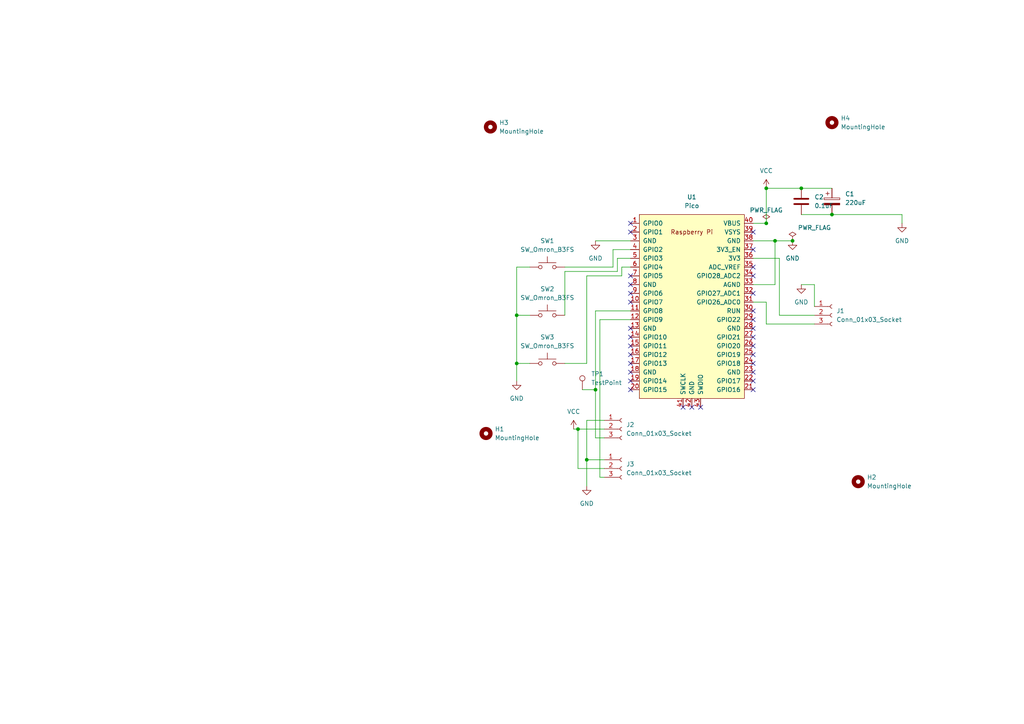
<source format=kicad_sch>
(kicad_sch (version 20230121) (generator eeschema)

  (uuid 82b6ba6a-32ad-4ab7-adfa-8084ba50d686)

  (paper "A4")

  (lib_symbols
    (symbol "Connector:Conn_01x03_Socket" (pin_names (offset 1.016) hide) (in_bom yes) (on_board yes)
      (property "Reference" "J" (at 0 5.08 0)
        (effects (font (size 1.27 1.27)))
      )
      (property "Value" "Conn_01x03_Socket" (at 0 -5.08 0)
        (effects (font (size 1.27 1.27)))
      )
      (property "Footprint" "" (at 0 0 0)
        (effects (font (size 1.27 1.27)) hide)
      )
      (property "Datasheet" "~" (at 0 0 0)
        (effects (font (size 1.27 1.27)) hide)
      )
      (property "ki_locked" "" (at 0 0 0)
        (effects (font (size 1.27 1.27)))
      )
      (property "ki_keywords" "connector" (at 0 0 0)
        (effects (font (size 1.27 1.27)) hide)
      )
      (property "ki_description" "Generic connector, single row, 01x03, script generated" (at 0 0 0)
        (effects (font (size 1.27 1.27)) hide)
      )
      (property "ki_fp_filters" "Connector*:*_1x??_*" (at 0 0 0)
        (effects (font (size 1.27 1.27)) hide)
      )
      (symbol "Conn_01x03_Socket_1_1"
        (arc (start 0 -2.032) (mid -0.5058 -2.54) (end 0 -3.048)
          (stroke (width 0.1524) (type default))
          (fill (type none))
        )
        (polyline
          (pts
            (xy -1.27 -2.54)
            (xy -0.508 -2.54)
          )
          (stroke (width 0.1524) (type default))
          (fill (type none))
        )
        (polyline
          (pts
            (xy -1.27 0)
            (xy -0.508 0)
          )
          (stroke (width 0.1524) (type default))
          (fill (type none))
        )
        (polyline
          (pts
            (xy -1.27 2.54)
            (xy -0.508 2.54)
          )
          (stroke (width 0.1524) (type default))
          (fill (type none))
        )
        (arc (start 0 0.508) (mid -0.5058 0) (end 0 -0.508)
          (stroke (width 0.1524) (type default))
          (fill (type none))
        )
        (arc (start 0 3.048) (mid -0.5058 2.54) (end 0 2.032)
          (stroke (width 0.1524) (type default))
          (fill (type none))
        )
        (pin passive line (at -5.08 2.54 0) (length 3.81)
          (name "Pin_1" (effects (font (size 1.27 1.27))))
          (number "1" (effects (font (size 1.27 1.27))))
        )
        (pin passive line (at -5.08 0 0) (length 3.81)
          (name "Pin_2" (effects (font (size 1.27 1.27))))
          (number "2" (effects (font (size 1.27 1.27))))
        )
        (pin passive line (at -5.08 -2.54 0) (length 3.81)
          (name "Pin_3" (effects (font (size 1.27 1.27))))
          (number "3" (effects (font (size 1.27 1.27))))
        )
      )
    )
    (symbol "Connector:TestPoint" (pin_numbers hide) (pin_names (offset 0.762) hide) (in_bom yes) (on_board yes)
      (property "Reference" "TP" (at 0 6.858 0)
        (effects (font (size 1.27 1.27)))
      )
      (property "Value" "TestPoint" (at 0 5.08 0)
        (effects (font (size 1.27 1.27)))
      )
      (property "Footprint" "" (at 5.08 0 0)
        (effects (font (size 1.27 1.27)) hide)
      )
      (property "Datasheet" "~" (at 5.08 0 0)
        (effects (font (size 1.27 1.27)) hide)
      )
      (property "ki_keywords" "test point tp" (at 0 0 0)
        (effects (font (size 1.27 1.27)) hide)
      )
      (property "ki_description" "test point" (at 0 0 0)
        (effects (font (size 1.27 1.27)) hide)
      )
      (property "ki_fp_filters" "Pin* Test*" (at 0 0 0)
        (effects (font (size 1.27 1.27)) hide)
      )
      (symbol "TestPoint_0_1"
        (circle (center 0 3.302) (radius 0.762)
          (stroke (width 0) (type default))
          (fill (type none))
        )
      )
      (symbol "TestPoint_1_1"
        (pin passive line (at 0 0 90) (length 2.54)
          (name "1" (effects (font (size 1.27 1.27))))
          (number "1" (effects (font (size 1.27 1.27))))
        )
      )
    )
    (symbol "Device:C" (pin_numbers hide) (pin_names (offset 0.254)) (in_bom yes) (on_board yes)
      (property "Reference" "C" (at 0.635 2.54 0)
        (effects (font (size 1.27 1.27)) (justify left))
      )
      (property "Value" "C" (at 0.635 -2.54 0)
        (effects (font (size 1.27 1.27)) (justify left))
      )
      (property "Footprint" "" (at 0.9652 -3.81 0)
        (effects (font (size 1.27 1.27)) hide)
      )
      (property "Datasheet" "~" (at 0 0 0)
        (effects (font (size 1.27 1.27)) hide)
      )
      (property "ki_keywords" "cap capacitor" (at 0 0 0)
        (effects (font (size 1.27 1.27)) hide)
      )
      (property "ki_description" "Unpolarized capacitor" (at 0 0 0)
        (effects (font (size 1.27 1.27)) hide)
      )
      (property "ki_fp_filters" "C_*" (at 0 0 0)
        (effects (font (size 1.27 1.27)) hide)
      )
      (symbol "C_0_1"
        (polyline
          (pts
            (xy -2.032 -0.762)
            (xy 2.032 -0.762)
          )
          (stroke (width 0.508) (type default))
          (fill (type none))
        )
        (polyline
          (pts
            (xy -2.032 0.762)
            (xy 2.032 0.762)
          )
          (stroke (width 0.508) (type default))
          (fill (type none))
        )
      )
      (symbol "C_1_1"
        (pin passive line (at 0 3.81 270) (length 2.794)
          (name "~" (effects (font (size 1.27 1.27))))
          (number "1" (effects (font (size 1.27 1.27))))
        )
        (pin passive line (at 0 -3.81 90) (length 2.794)
          (name "~" (effects (font (size 1.27 1.27))))
          (number "2" (effects (font (size 1.27 1.27))))
        )
      )
    )
    (symbol "Device:C_Polarized" (pin_numbers hide) (pin_names (offset 0.254)) (in_bom yes) (on_board yes)
      (property "Reference" "C" (at 0.635 2.54 0)
        (effects (font (size 1.27 1.27)) (justify left))
      )
      (property "Value" "C_Polarized" (at 0.635 -2.54 0)
        (effects (font (size 1.27 1.27)) (justify left))
      )
      (property "Footprint" "" (at 0.9652 -3.81 0)
        (effects (font (size 1.27 1.27)) hide)
      )
      (property "Datasheet" "~" (at 0 0 0)
        (effects (font (size 1.27 1.27)) hide)
      )
      (property "ki_keywords" "cap capacitor" (at 0 0 0)
        (effects (font (size 1.27 1.27)) hide)
      )
      (property "ki_description" "Polarized capacitor" (at 0 0 0)
        (effects (font (size 1.27 1.27)) hide)
      )
      (property "ki_fp_filters" "CP_*" (at 0 0 0)
        (effects (font (size 1.27 1.27)) hide)
      )
      (symbol "C_Polarized_0_1"
        (rectangle (start -2.286 0.508) (end 2.286 1.016)
          (stroke (width 0) (type default))
          (fill (type none))
        )
        (polyline
          (pts
            (xy -1.778 2.286)
            (xy -0.762 2.286)
          )
          (stroke (width 0) (type default))
          (fill (type none))
        )
        (polyline
          (pts
            (xy -1.27 2.794)
            (xy -1.27 1.778)
          )
          (stroke (width 0) (type default))
          (fill (type none))
        )
        (rectangle (start 2.286 -0.508) (end -2.286 -1.016)
          (stroke (width 0) (type default))
          (fill (type outline))
        )
      )
      (symbol "C_Polarized_1_1"
        (pin passive line (at 0 3.81 270) (length 2.794)
          (name "~" (effects (font (size 1.27 1.27))))
          (number "1" (effects (font (size 1.27 1.27))))
        )
        (pin passive line (at 0 -3.81 90) (length 2.794)
          (name "~" (effects (font (size 1.27 1.27))))
          (number "2" (effects (font (size 1.27 1.27))))
        )
      )
    )
    (symbol "Mechanical:MountingHole" (pin_names (offset 1.016)) (in_bom yes) (on_board yes)
      (property "Reference" "H" (at 0 5.08 0)
        (effects (font (size 1.27 1.27)))
      )
      (property "Value" "MountingHole" (at 0 3.175 0)
        (effects (font (size 1.27 1.27)))
      )
      (property "Footprint" "" (at 0 0 0)
        (effects (font (size 1.27 1.27)) hide)
      )
      (property "Datasheet" "~" (at 0 0 0)
        (effects (font (size 1.27 1.27)) hide)
      )
      (property "ki_keywords" "mounting hole" (at 0 0 0)
        (effects (font (size 1.27 1.27)) hide)
      )
      (property "ki_description" "Mounting Hole without connection" (at 0 0 0)
        (effects (font (size 1.27 1.27)) hide)
      )
      (property "ki_fp_filters" "MountingHole*" (at 0 0 0)
        (effects (font (size 1.27 1.27)) hide)
      )
      (symbol "MountingHole_0_1"
        (circle (center 0 0) (radius 1.27)
          (stroke (width 1.27) (type default))
          (fill (type none))
        )
      )
    )
    (symbol "RPi_Pico:Pico" (pin_names (offset 1.016)) (in_bom yes) (on_board yes)
      (property "Reference" "U" (at -13.97 27.94 0)
        (effects (font (size 1.27 1.27)))
      )
      (property "Value" "Pico" (at 0 19.05 0)
        (effects (font (size 1.27 1.27)))
      )
      (property "Footprint" "RPi_Pico:RPi_Pico_SMD_TH" (at 0 0 90)
        (effects (font (size 1.27 1.27)) hide)
      )
      (property "Datasheet" "" (at 0 0 0)
        (effects (font (size 1.27 1.27)) hide)
      )
      (symbol "Pico_0_0"
        (text "Raspberry Pi" (at 0 21.59 0)
          (effects (font (size 1.27 1.27)))
        )
      )
      (symbol "Pico_0_1"
        (rectangle (start -15.24 26.67) (end 15.24 -26.67)
          (stroke (width 0) (type solid))
          (fill (type background))
        )
      )
      (symbol "Pico_1_1"
        (pin bidirectional line (at -17.78 24.13 0) (length 2.54)
          (name "GPIO0" (effects (font (size 1.27 1.27))))
          (number "1" (effects (font (size 1.27 1.27))))
        )
        (pin bidirectional line (at -17.78 1.27 0) (length 2.54)
          (name "GPIO7" (effects (font (size 1.27 1.27))))
          (number "10" (effects (font (size 1.27 1.27))))
        )
        (pin bidirectional line (at -17.78 -1.27 0) (length 2.54)
          (name "GPIO8" (effects (font (size 1.27 1.27))))
          (number "11" (effects (font (size 1.27 1.27))))
        )
        (pin bidirectional line (at -17.78 -3.81 0) (length 2.54)
          (name "GPIO9" (effects (font (size 1.27 1.27))))
          (number "12" (effects (font (size 1.27 1.27))))
        )
        (pin power_in line (at -17.78 -6.35 0) (length 2.54)
          (name "GND" (effects (font (size 1.27 1.27))))
          (number "13" (effects (font (size 1.27 1.27))))
        )
        (pin bidirectional line (at -17.78 -8.89 0) (length 2.54)
          (name "GPIO10" (effects (font (size 1.27 1.27))))
          (number "14" (effects (font (size 1.27 1.27))))
        )
        (pin bidirectional line (at -17.78 -11.43 0) (length 2.54)
          (name "GPIO11" (effects (font (size 1.27 1.27))))
          (number "15" (effects (font (size 1.27 1.27))))
        )
        (pin bidirectional line (at -17.78 -13.97 0) (length 2.54)
          (name "GPIO12" (effects (font (size 1.27 1.27))))
          (number "16" (effects (font (size 1.27 1.27))))
        )
        (pin bidirectional line (at -17.78 -16.51 0) (length 2.54)
          (name "GPIO13" (effects (font (size 1.27 1.27))))
          (number "17" (effects (font (size 1.27 1.27))))
        )
        (pin power_in line (at -17.78 -19.05 0) (length 2.54)
          (name "GND" (effects (font (size 1.27 1.27))))
          (number "18" (effects (font (size 1.27 1.27))))
        )
        (pin bidirectional line (at -17.78 -21.59 0) (length 2.54)
          (name "GPIO14" (effects (font (size 1.27 1.27))))
          (number "19" (effects (font (size 1.27 1.27))))
        )
        (pin bidirectional line (at -17.78 21.59 0) (length 2.54)
          (name "GPIO1" (effects (font (size 1.27 1.27))))
          (number "2" (effects (font (size 1.27 1.27))))
        )
        (pin bidirectional line (at -17.78 -24.13 0) (length 2.54)
          (name "GPIO15" (effects (font (size 1.27 1.27))))
          (number "20" (effects (font (size 1.27 1.27))))
        )
        (pin bidirectional line (at 17.78 -24.13 180) (length 2.54)
          (name "GPIO16" (effects (font (size 1.27 1.27))))
          (number "21" (effects (font (size 1.27 1.27))))
        )
        (pin bidirectional line (at 17.78 -21.59 180) (length 2.54)
          (name "GPIO17" (effects (font (size 1.27 1.27))))
          (number "22" (effects (font (size 1.27 1.27))))
        )
        (pin power_in line (at 17.78 -19.05 180) (length 2.54)
          (name "GND" (effects (font (size 1.27 1.27))))
          (number "23" (effects (font (size 1.27 1.27))))
        )
        (pin bidirectional line (at 17.78 -16.51 180) (length 2.54)
          (name "GPIO18" (effects (font (size 1.27 1.27))))
          (number "24" (effects (font (size 1.27 1.27))))
        )
        (pin bidirectional line (at 17.78 -13.97 180) (length 2.54)
          (name "GPIO19" (effects (font (size 1.27 1.27))))
          (number "25" (effects (font (size 1.27 1.27))))
        )
        (pin bidirectional line (at 17.78 -11.43 180) (length 2.54)
          (name "GPIO20" (effects (font (size 1.27 1.27))))
          (number "26" (effects (font (size 1.27 1.27))))
        )
        (pin bidirectional line (at 17.78 -8.89 180) (length 2.54)
          (name "GPIO21" (effects (font (size 1.27 1.27))))
          (number "27" (effects (font (size 1.27 1.27))))
        )
        (pin power_in line (at 17.78 -6.35 180) (length 2.54)
          (name "GND" (effects (font (size 1.27 1.27))))
          (number "28" (effects (font (size 1.27 1.27))))
        )
        (pin bidirectional line (at 17.78 -3.81 180) (length 2.54)
          (name "GPIO22" (effects (font (size 1.27 1.27))))
          (number "29" (effects (font (size 1.27 1.27))))
        )
        (pin power_in line (at -17.78 19.05 0) (length 2.54)
          (name "GND" (effects (font (size 1.27 1.27))))
          (number "3" (effects (font (size 1.27 1.27))))
        )
        (pin input line (at 17.78 -1.27 180) (length 2.54)
          (name "RUN" (effects (font (size 1.27 1.27))))
          (number "30" (effects (font (size 1.27 1.27))))
        )
        (pin bidirectional line (at 17.78 1.27 180) (length 2.54)
          (name "GPIO26_ADC0" (effects (font (size 1.27 1.27))))
          (number "31" (effects (font (size 1.27 1.27))))
        )
        (pin bidirectional line (at 17.78 3.81 180) (length 2.54)
          (name "GPIO27_ADC1" (effects (font (size 1.27 1.27))))
          (number "32" (effects (font (size 1.27 1.27))))
        )
        (pin power_in line (at 17.78 6.35 180) (length 2.54)
          (name "AGND" (effects (font (size 1.27 1.27))))
          (number "33" (effects (font (size 1.27 1.27))))
        )
        (pin bidirectional line (at 17.78 8.89 180) (length 2.54)
          (name "GPIO28_ADC2" (effects (font (size 1.27 1.27))))
          (number "34" (effects (font (size 1.27 1.27))))
        )
        (pin unspecified line (at 17.78 11.43 180) (length 2.54)
          (name "ADC_VREF" (effects (font (size 1.27 1.27))))
          (number "35" (effects (font (size 1.27 1.27))))
        )
        (pin unspecified line (at 17.78 13.97 180) (length 2.54)
          (name "3V3" (effects (font (size 1.27 1.27))))
          (number "36" (effects (font (size 1.27 1.27))))
        )
        (pin input line (at 17.78 16.51 180) (length 2.54)
          (name "3V3_EN" (effects (font (size 1.27 1.27))))
          (number "37" (effects (font (size 1.27 1.27))))
        )
        (pin bidirectional line (at 17.78 19.05 180) (length 2.54)
          (name "GND" (effects (font (size 1.27 1.27))))
          (number "38" (effects (font (size 1.27 1.27))))
        )
        (pin unspecified line (at 17.78 21.59 180) (length 2.54)
          (name "VSYS" (effects (font (size 1.27 1.27))))
          (number "39" (effects (font (size 1.27 1.27))))
        )
        (pin bidirectional line (at -17.78 16.51 0) (length 2.54)
          (name "GPIO2" (effects (font (size 1.27 1.27))))
          (number "4" (effects (font (size 1.27 1.27))))
        )
        (pin unspecified line (at 17.78 24.13 180) (length 2.54)
          (name "VBUS" (effects (font (size 1.27 1.27))))
          (number "40" (effects (font (size 1.27 1.27))))
        )
        (pin input line (at -2.54 -29.21 90) (length 2.54)
          (name "SWCLK" (effects (font (size 1.27 1.27))))
          (number "41" (effects (font (size 1.27 1.27))))
        )
        (pin power_in line (at 0 -29.21 90) (length 2.54)
          (name "GND" (effects (font (size 1.27 1.27))))
          (number "42" (effects (font (size 1.27 1.27))))
        )
        (pin bidirectional line (at 2.54 -29.21 90) (length 2.54)
          (name "SWDIO" (effects (font (size 1.27 1.27))))
          (number "43" (effects (font (size 1.27 1.27))))
        )
        (pin bidirectional line (at -17.78 13.97 0) (length 2.54)
          (name "GPIO3" (effects (font (size 1.27 1.27))))
          (number "5" (effects (font (size 1.27 1.27))))
        )
        (pin bidirectional line (at -17.78 11.43 0) (length 2.54)
          (name "GPIO4" (effects (font (size 1.27 1.27))))
          (number "6" (effects (font (size 1.27 1.27))))
        )
        (pin bidirectional line (at -17.78 8.89 0) (length 2.54)
          (name "GPIO5" (effects (font (size 1.27 1.27))))
          (number "7" (effects (font (size 1.27 1.27))))
        )
        (pin power_in line (at -17.78 6.35 0) (length 2.54)
          (name "GND" (effects (font (size 1.27 1.27))))
          (number "8" (effects (font (size 1.27 1.27))))
        )
        (pin bidirectional line (at -17.78 3.81 0) (length 2.54)
          (name "GPIO6" (effects (font (size 1.27 1.27))))
          (number "9" (effects (font (size 1.27 1.27))))
        )
      )
    )
    (symbol "Switch:SW_Omron_B3FS" (pin_numbers hide) (pin_names (offset 1.016) hide) (in_bom yes) (on_board yes)
      (property "Reference" "SW" (at 1.27 2.54 0)
        (effects (font (size 1.27 1.27)) (justify left))
      )
      (property "Value" "SW_Omron_B3FS" (at 0 -1.524 0)
        (effects (font (size 1.27 1.27)))
      )
      (property "Footprint" "" (at 0 5.08 0)
        (effects (font (size 1.27 1.27)) hide)
      )
      (property "Datasheet" "https://omronfs.omron.com/en_US/ecb/products/pdf/en-b3fs.pdf" (at 0 5.08 0)
        (effects (font (size 1.27 1.27)) hide)
      )
      (property "ki_keywords" "switch normally-open pushbutton push-button" (at 0 0 0)
        (effects (font (size 1.27 1.27)) hide)
      )
      (property "ki_description" "Omron B3FS 6x6mm single pole normally-open tactile switch" (at 0 0 0)
        (effects (font (size 1.27 1.27)) hide)
      )
      (property "ki_fp_filters" "SW*Omron*B3FS*" (at 0 0 0)
        (effects (font (size 1.27 1.27)) hide)
      )
      (symbol "SW_Omron_B3FS_0_1"
        (circle (center -2.032 0) (radius 0.508)
          (stroke (width 0) (type default))
          (fill (type none))
        )
        (polyline
          (pts
            (xy 0 1.27)
            (xy 0 3.048)
          )
          (stroke (width 0) (type default))
          (fill (type none))
        )
        (polyline
          (pts
            (xy 2.54 1.27)
            (xy -2.54 1.27)
          )
          (stroke (width 0) (type default))
          (fill (type none))
        )
        (circle (center 2.032 0) (radius 0.508)
          (stroke (width 0) (type default))
          (fill (type none))
        )
        (pin passive line (at -5.08 0 0) (length 2.54)
          (name "1" (effects (font (size 1.27 1.27))))
          (number "1" (effects (font (size 1.27 1.27))))
        )
        (pin passive line (at 5.08 0 180) (length 2.54)
          (name "2" (effects (font (size 1.27 1.27))))
          (number "2" (effects (font (size 1.27 1.27))))
        )
      )
    )
    (symbol "power:GND" (power) (pin_names (offset 0)) (in_bom yes) (on_board yes)
      (property "Reference" "#PWR" (at 0 -6.35 0)
        (effects (font (size 1.27 1.27)) hide)
      )
      (property "Value" "GND" (at 0 -3.81 0)
        (effects (font (size 1.27 1.27)))
      )
      (property "Footprint" "" (at 0 0 0)
        (effects (font (size 1.27 1.27)) hide)
      )
      (property "Datasheet" "" (at 0 0 0)
        (effects (font (size 1.27 1.27)) hide)
      )
      (property "ki_keywords" "global power" (at 0 0 0)
        (effects (font (size 1.27 1.27)) hide)
      )
      (property "ki_description" "Power symbol creates a global label with name \"GND\" , ground" (at 0 0 0)
        (effects (font (size 1.27 1.27)) hide)
      )
      (symbol "GND_0_1"
        (polyline
          (pts
            (xy 0 0)
            (xy 0 -1.27)
            (xy 1.27 -1.27)
            (xy 0 -2.54)
            (xy -1.27 -1.27)
            (xy 0 -1.27)
          )
          (stroke (width 0) (type default))
          (fill (type none))
        )
      )
      (symbol "GND_1_1"
        (pin power_in line (at 0 0 270) (length 0) hide
          (name "GND" (effects (font (size 1.27 1.27))))
          (number "1" (effects (font (size 1.27 1.27))))
        )
      )
    )
    (symbol "power:PWR_FLAG" (power) (pin_numbers hide) (pin_names (offset 0) hide) (in_bom yes) (on_board yes)
      (property "Reference" "#FLG" (at 0 1.905 0)
        (effects (font (size 1.27 1.27)) hide)
      )
      (property "Value" "PWR_FLAG" (at 0 3.81 0)
        (effects (font (size 1.27 1.27)))
      )
      (property "Footprint" "" (at 0 0 0)
        (effects (font (size 1.27 1.27)) hide)
      )
      (property "Datasheet" "~" (at 0 0 0)
        (effects (font (size 1.27 1.27)) hide)
      )
      (property "ki_keywords" "flag power" (at 0 0 0)
        (effects (font (size 1.27 1.27)) hide)
      )
      (property "ki_description" "Special symbol for telling ERC where power comes from" (at 0 0 0)
        (effects (font (size 1.27 1.27)) hide)
      )
      (symbol "PWR_FLAG_0_0"
        (pin power_out line (at 0 0 90) (length 0)
          (name "pwr" (effects (font (size 1.27 1.27))))
          (number "1" (effects (font (size 1.27 1.27))))
        )
      )
      (symbol "PWR_FLAG_0_1"
        (polyline
          (pts
            (xy 0 0)
            (xy 0 1.27)
            (xy -1.016 1.905)
            (xy 0 2.54)
            (xy 1.016 1.905)
            (xy 0 1.27)
          )
          (stroke (width 0) (type default))
          (fill (type none))
        )
      )
    )
    (symbol "power:VCC" (power) (pin_names (offset 0)) (in_bom yes) (on_board yes)
      (property "Reference" "#PWR" (at 0 -3.81 0)
        (effects (font (size 1.27 1.27)) hide)
      )
      (property "Value" "VCC" (at 0 3.81 0)
        (effects (font (size 1.27 1.27)))
      )
      (property "Footprint" "" (at 0 0 0)
        (effects (font (size 1.27 1.27)) hide)
      )
      (property "Datasheet" "" (at 0 0 0)
        (effects (font (size 1.27 1.27)) hide)
      )
      (property "ki_keywords" "global power" (at 0 0 0)
        (effects (font (size 1.27 1.27)) hide)
      )
      (property "ki_description" "Power symbol creates a global label with name \"VCC\"" (at 0 0 0)
        (effects (font (size 1.27 1.27)) hide)
      )
      (symbol "VCC_0_1"
        (polyline
          (pts
            (xy -0.762 1.27)
            (xy 0 2.54)
          )
          (stroke (width 0) (type default))
          (fill (type none))
        )
        (polyline
          (pts
            (xy 0 0)
            (xy 0 2.54)
          )
          (stroke (width 0) (type default))
          (fill (type none))
        )
        (polyline
          (pts
            (xy 0 2.54)
            (xy 0.762 1.27)
          )
          (stroke (width 0) (type default))
          (fill (type none))
        )
      )
      (symbol "VCC_1_1"
        (pin power_in line (at 0 0 90) (length 0) hide
          (name "VCC" (effects (font (size 1.27 1.27))))
          (number "1" (effects (font (size 1.27 1.27))))
        )
      )
    )
  )

  (junction (at 149.86 105.41) (diameter 0) (color 0 0 0 0)
    (uuid 1271598d-1086-4723-92dd-f531a7fd75ca)
  )
  (junction (at 241.3 62.23) (diameter 0) (color 0 0 0 0)
    (uuid 44fc829f-f71e-49a9-8cc1-5721fc081bec)
  )
  (junction (at 149.86 91.44) (diameter 0) (color 0 0 0 0)
    (uuid 4f2ac3c8-3b99-426d-b12f-64db385bced6)
  )
  (junction (at 172.72 113.03) (diameter 0) (color 0 0 0 0)
    (uuid 71420511-cde0-420d-8006-29ae8527933a)
  )
  (junction (at 222.25 54.61) (diameter 0) (color 0 0 0 0)
    (uuid a48986d5-7e1a-452c-b316-768daf936418)
  )
  (junction (at 167.64 124.46) (diameter 0) (color 0 0 0 0)
    (uuid a7adcad7-ab8e-4b11-b738-b8eade86024e)
  )
  (junction (at 232.41 54.61) (diameter 0) (color 0 0 0 0)
    (uuid b1459f6e-cd21-41a5-90a0-64e38594aab8)
  )
  (junction (at 222.25 64.77) (diameter 0) (color 0 0 0 0)
    (uuid bf518786-d287-4876-8e0d-858a6407a0b2)
  )
  (junction (at 224.79 69.85) (diameter 0) (color 0 0 0 0)
    (uuid e639dfc9-66bd-4d93-a641-00e907da9c2e)
  )
  (junction (at 229.87 69.85) (diameter 0) (color 0 0 0 0)
    (uuid f53009bf-61e7-427a-93f3-933b9b678211)
  )
  (junction (at 170.18 133.35) (diameter 0) (color 0 0 0 0)
    (uuid f6d298fc-00f9-446c-aa8a-1500dfa4bd48)
  )

  (no_connect (at 182.88 102.87) (uuid 12b245b0-6ecc-4517-9fef-b0274ece98aa))
  (no_connect (at 218.44 113.03) (uuid 1827b3f1-37ca-4545-bda5-25137e20ad89))
  (no_connect (at 182.88 67.31) (uuid 1c326011-9b62-47c6-b024-9601068aa2af))
  (no_connect (at 218.44 95.25) (uuid 30ab3744-a79c-4814-8e3e-bf0251e78051))
  (no_connect (at 182.88 87.63) (uuid 44f6cd80-aefe-406b-9b4f-69b01a8831ff))
  (no_connect (at 182.88 80.01) (uuid 4f7943ef-7030-40a2-9b55-0b3def9c173e))
  (no_connect (at 182.88 107.95) (uuid 5587f7cf-5297-438b-9494-151c34c0a09f))
  (no_connect (at 198.12 118.11) (uuid 59486ef1-22d9-4dfa-8320-416678e75fbf))
  (no_connect (at 182.88 95.25) (uuid 5966d326-14b3-4cdd-afe3-271b08527edf))
  (no_connect (at 218.44 85.09) (uuid 59a5fa86-ef77-437b-87cb-f12c4e68c5bc))
  (no_connect (at 218.44 110.49) (uuid 5a99c377-fe8f-4dcd-bd63-b433bd3b3e54))
  (no_connect (at 218.44 80.01) (uuid 5ab9b99a-42db-4261-b6e7-7b3e415dd291))
  (no_connect (at 218.44 90.17) (uuid 5fb5496b-61cd-402a-97c0-b84b2e4974b4))
  (no_connect (at 182.88 82.55) (uuid 67c2c2a7-4a86-4f52-bb21-05b1d399be57))
  (no_connect (at 182.88 105.41) (uuid 6a912c1d-6165-401b-9a65-309441823a07))
  (no_connect (at 218.44 92.71) (uuid 7a34fe23-f6f2-4e37-9761-7f298544ea0c))
  (no_connect (at 218.44 105.41) (uuid 7df5c938-f14b-4764-93e2-6fabd1a90ccb))
  (no_connect (at 182.88 97.79) (uuid 846b359a-6702-422d-9396-fe584cecb0fa))
  (no_connect (at 182.88 113.03) (uuid 86fe8d74-ab55-4c8a-9c6a-bb0664b24c17))
  (no_connect (at 200.66 118.11) (uuid 8a7d537d-89fe-4033-8b11-51d574e215ef))
  (no_connect (at 182.88 85.09) (uuid 8fca7b51-770b-441c-8e86-f57b0b814b57))
  (no_connect (at 218.44 77.47) (uuid 9204b377-1ca5-435a-85f8-d7a8f73c4109))
  (no_connect (at 182.88 64.77) (uuid 944ea727-e977-4790-a1dc-b840301c6e55))
  (no_connect (at 182.88 110.49) (uuid 971b691f-04c4-4853-8795-9c983fe1e844))
  (no_connect (at 203.2 118.11) (uuid aedfe269-7a52-4072-9a1d-03888d6d298d))
  (no_connect (at 182.88 100.33) (uuid c1ae26e5-377d-4189-940c-74dd94c98001))
  (no_connect (at 218.44 102.87) (uuid c25ce2fd-5ac8-4add-b080-f8c4061d1996))
  (no_connect (at 218.44 107.95) (uuid d8c077be-cc7d-4095-a742-4fe73bbd2682))
  (no_connect (at 218.44 67.31) (uuid e47a02bc-516a-4477-a464-5af4ddc39322))
  (no_connect (at 218.44 72.39) (uuid e8de2b84-29cd-4af5-9af1-2a766ef833d6))
  (no_connect (at 218.44 97.79) (uuid eb5eebe4-219e-4c33-bf9f-e821374f6820))
  (no_connect (at 218.44 100.33) (uuid f4a52878-f35a-4291-b63b-df1ea7f594fd))

  (wire (pts (xy 175.26 135.89) (xy 167.64 135.89))
    (stroke (width 0) (type default))
    (uuid 01d24667-4144-421b-85b0-417d5dcb5418)
  )
  (wire (pts (xy 163.83 78.74) (xy 179.07 78.74))
    (stroke (width 0) (type default))
    (uuid 07e77a43-8991-41bd-a92c-0bc746adbd0b)
  )
  (wire (pts (xy 218.44 64.77) (xy 222.25 64.77))
    (stroke (width 0) (type default))
    (uuid 0a0f5a0d-d914-4623-9ebb-5646feb75ed4)
  )
  (wire (pts (xy 261.62 62.23) (xy 261.62 64.77))
    (stroke (width 0) (type default))
    (uuid 0f07d673-65b9-4766-ac88-4189fb9d96b7)
  )
  (wire (pts (xy 170.18 133.35) (xy 170.18 121.92))
    (stroke (width 0) (type default))
    (uuid 1518d5de-35d9-4cfa-97e4-7984f7a6535e)
  )
  (wire (pts (xy 218.44 69.85) (xy 224.79 69.85))
    (stroke (width 0) (type default))
    (uuid 26176acb-33a0-488e-95e3-9068771acbb3)
  )
  (wire (pts (xy 222.25 54.61) (xy 232.41 54.61))
    (stroke (width 0) (type default))
    (uuid 263df9b8-a55c-4890-9ade-afd3d2820afb)
  )
  (wire (pts (xy 182.88 90.17) (xy 172.72 90.17))
    (stroke (width 0) (type default))
    (uuid 2823ef4f-17da-47e2-a197-d9d757022906)
  )
  (wire (pts (xy 241.3 62.23) (xy 261.62 62.23))
    (stroke (width 0) (type default))
    (uuid 28bcc4d9-7842-4968-8a6e-9102c8d05a86)
  )
  (wire (pts (xy 172.72 127) (xy 175.26 127))
    (stroke (width 0) (type default))
    (uuid 2b1c2cd0-38d9-4cea-b863-1b80f475f820)
  )
  (wire (pts (xy 172.72 90.17) (xy 172.72 113.03))
    (stroke (width 0) (type default))
    (uuid 357d7fbc-ae39-4ba2-a823-569be9d2f68d)
  )
  (wire (pts (xy 167.64 124.46) (xy 175.26 124.46))
    (stroke (width 0) (type default))
    (uuid 41a679d3-7f7b-42b3-b47d-570fe20b1d3e)
  )
  (wire (pts (xy 149.86 91.44) (xy 153.67 91.44))
    (stroke (width 0) (type default))
    (uuid 41ed3624-1a53-4a53-b0e6-1e01f00feb5d)
  )
  (wire (pts (xy 173.99 92.71) (xy 173.99 138.43))
    (stroke (width 0) (type default))
    (uuid 428120d3-bebf-4c76-befe-41f6c58ab002)
  )
  (wire (pts (xy 180.34 77.47) (xy 182.88 77.47))
    (stroke (width 0) (type default))
    (uuid 4b54b683-a6ed-4de8-893d-177ca72a0493)
  )
  (wire (pts (xy 177.8 77.47) (xy 177.8 72.39))
    (stroke (width 0) (type default))
    (uuid 50ded1f9-0da0-42e2-985e-4b185315b2f2)
  )
  (wire (pts (xy 170.18 133.35) (xy 175.26 133.35))
    (stroke (width 0) (type default))
    (uuid 51ed14d5-294f-4c6a-8c31-2d8b55270dfd)
  )
  (wire (pts (xy 173.99 138.43) (xy 175.26 138.43))
    (stroke (width 0) (type default))
    (uuid 527ee3d6-c1cc-4edf-a933-94f48b565c4d)
  )
  (wire (pts (xy 153.67 77.47) (xy 149.86 77.47))
    (stroke (width 0) (type default))
    (uuid 52f1683e-109f-4c87-9ce9-6ea767b33d07)
  )
  (wire (pts (xy 167.64 135.89) (xy 167.64 124.46))
    (stroke (width 0) (type default))
    (uuid 55cff61b-b213-4202-85b3-d0f8118ed1f1)
  )
  (wire (pts (xy 170.18 105.41) (xy 170.18 80.01))
    (stroke (width 0) (type default))
    (uuid 55f32d2a-1107-432b-a243-558873393861)
  )
  (wire (pts (xy 149.86 77.47) (xy 149.86 91.44))
    (stroke (width 0) (type default))
    (uuid 57a6f8d4-dd24-4639-9c6f-afe81a0c03c8)
  )
  (wire (pts (xy 179.07 74.93) (xy 182.88 74.93))
    (stroke (width 0) (type default))
    (uuid 6cdf2e7e-867d-405d-80e5-a8ce0b9d54e8)
  )
  (wire (pts (xy 170.18 80.01) (xy 180.34 80.01))
    (stroke (width 0) (type default))
    (uuid 6d28e407-c314-421b-b282-f63120217e3a)
  )
  (wire (pts (xy 163.83 77.47) (xy 177.8 77.47))
    (stroke (width 0) (type default))
    (uuid 702b3871-87f4-4262-b9eb-a2d9014dd8ec)
  )
  (wire (pts (xy 224.79 69.85) (xy 229.87 69.85))
    (stroke (width 0) (type default))
    (uuid 70660bfd-1bb6-43b1-902d-59fdbca2b376)
  )
  (wire (pts (xy 226.06 74.93) (xy 218.44 74.93))
    (stroke (width 0) (type default))
    (uuid 74c282b2-1db2-4856-a2cb-e93e56358d16)
  )
  (wire (pts (xy 232.41 54.61) (xy 241.3 54.61))
    (stroke (width 0) (type default))
    (uuid 74db6394-2041-4a36-bf13-37df9ee4bc0f)
  )
  (wire (pts (xy 222.25 54.61) (xy 222.25 64.77))
    (stroke (width 0) (type default))
    (uuid 7a1b1b64-8713-44b7-a8c3-6638da91c8bb)
  )
  (wire (pts (xy 179.07 78.74) (xy 179.07 74.93))
    (stroke (width 0) (type default))
    (uuid 7e2b9ea5-cc7a-405d-91b0-bbb110ca35e8)
  )
  (wire (pts (xy 224.79 82.55) (xy 224.79 69.85))
    (stroke (width 0) (type default))
    (uuid 7fd8e59e-be45-407b-89ec-6c124c017201)
  )
  (wire (pts (xy 232.41 82.55) (xy 236.22 82.55))
    (stroke (width 0) (type default))
    (uuid 861c7f04-ca37-443f-a663-536fc341dc96)
  )
  (wire (pts (xy 168.91 113.03) (xy 172.72 113.03))
    (stroke (width 0) (type default))
    (uuid 88a6e7ae-8988-4579-8961-f543e7ca59b2)
  )
  (wire (pts (xy 149.86 91.44) (xy 149.86 105.41))
    (stroke (width 0) (type default))
    (uuid 8e6fd354-30c1-4482-adbb-d8af96ce92b6)
  )
  (wire (pts (xy 236.22 91.44) (xy 226.06 91.44))
    (stroke (width 0) (type default))
    (uuid 94a64616-bb16-44c4-808d-9f467c8d3be7)
  )
  (wire (pts (xy 222.25 87.63) (xy 218.44 87.63))
    (stroke (width 0) (type default))
    (uuid 97907863-e719-4ce7-a61c-075079af2f6b)
  )
  (wire (pts (xy 232.41 62.23) (xy 241.3 62.23))
    (stroke (width 0) (type default))
    (uuid 9aaf6c43-7982-4404-95ce-556073634747)
  )
  (wire (pts (xy 170.18 121.92) (xy 175.26 121.92))
    (stroke (width 0) (type default))
    (uuid a2549836-19b9-4219-980b-d0c8ea34bc34)
  )
  (wire (pts (xy 163.83 91.44) (xy 163.83 78.74))
    (stroke (width 0) (type default))
    (uuid ac8a26f9-0c52-4344-828f-9af2f38b7675)
  )
  (wire (pts (xy 163.83 105.41) (xy 170.18 105.41))
    (stroke (width 0) (type default))
    (uuid b14f50ff-eaec-43fe-aea4-20750664bcd0)
  )
  (wire (pts (xy 166.37 124.46) (xy 167.64 124.46))
    (stroke (width 0) (type default))
    (uuid b43a803a-ea4a-4169-8c9a-b382e454a4a7)
  )
  (wire (pts (xy 222.25 93.98) (xy 222.25 87.63))
    (stroke (width 0) (type default))
    (uuid bd8ef6b3-4abb-4795-b954-0b1e68303b25)
  )
  (wire (pts (xy 172.72 69.85) (xy 182.88 69.85))
    (stroke (width 0) (type default))
    (uuid cd6e9422-d314-4b23-857e-6125d6911017)
  )
  (wire (pts (xy 180.34 80.01) (xy 180.34 77.47))
    (stroke (width 0) (type default))
    (uuid cd7f5711-248c-441f-9ba1-bbd6fe90d872)
  )
  (wire (pts (xy 172.72 113.03) (xy 172.72 127))
    (stroke (width 0) (type default))
    (uuid cdd3033e-221c-4527-b51f-b58041bb22dc)
  )
  (wire (pts (xy 236.22 93.98) (xy 222.25 93.98))
    (stroke (width 0) (type default))
    (uuid d54a1ea7-270e-4b7e-90b9-16bfd6ed088d)
  )
  (wire (pts (xy 182.88 92.71) (xy 173.99 92.71))
    (stroke (width 0) (type default))
    (uuid d6e817fe-31f2-4a82-954a-b1bf0029f2d5)
  )
  (wire (pts (xy 149.86 105.41) (xy 153.67 105.41))
    (stroke (width 0) (type default))
    (uuid d8548e01-ce06-4b6d-a50c-c1513623bc1d)
  )
  (wire (pts (xy 236.22 82.55) (xy 236.22 88.9))
    (stroke (width 0) (type default))
    (uuid d86cedbe-6a14-47b8-a41c-ae37e89428f8)
  )
  (wire (pts (xy 149.86 105.41) (xy 149.86 110.49))
    (stroke (width 0) (type default))
    (uuid e5cec4be-2e6b-4016-bfbf-ce366e03ba45)
  )
  (wire (pts (xy 170.18 140.97) (xy 170.18 133.35))
    (stroke (width 0) (type default))
    (uuid e8cc7bc8-4c3c-48b5-aac5-4e500941b114)
  )
  (wire (pts (xy 218.44 82.55) (xy 224.79 82.55))
    (stroke (width 0) (type default))
    (uuid ec66adb8-873c-448d-bbaa-42d61adf2238)
  )
  (wire (pts (xy 226.06 91.44) (xy 226.06 74.93))
    (stroke (width 0) (type default))
    (uuid ec9d4263-61e7-4a79-9e41-c86be64c47aa)
  )
  (wire (pts (xy 177.8 72.39) (xy 182.88 72.39))
    (stroke (width 0) (type default))
    (uuid ef3c28d2-877e-4d1c-b6e3-706cc2b69f6d)
  )

  (symbol (lib_id "Connector:Conn_01x03_Socket") (at 180.34 124.46 0) (unit 1)
    (in_bom yes) (on_board yes) (dnp no) (fields_autoplaced)
    (uuid 10180129-dad2-42dc-9de9-398185d79f77)
    (property "Reference" "J2" (at 181.61 123.19 0)
      (effects (font (size 1.27 1.27)) (justify left))
    )
    (property "Value" "Conn_01x03_Socket" (at 181.61 125.73 0)
      (effects (font (size 1.27 1.27)) (justify left))
    )
    (property "Footprint" "Connector_PinSocket_2.54mm:PinSocket_1x03_P2.54mm_Vertical" (at 180.34 124.46 0)
      (effects (font (size 1.27 1.27)) hide)
    )
    (property "Datasheet" "~" (at 180.34 124.46 0)
      (effects (font (size 1.27 1.27)) hide)
    )
    (pin "2" (uuid 9393390e-db45-498f-9ddf-1733a55e95da))
    (pin "1" (uuid 3ccc66a6-20ea-4abc-a6ea-925d311a847e))
    (pin "3" (uuid 8f8d6e96-52f4-470f-8e2d-819f9469bf77))
    (instances
      (project "main"
        (path "/82b6ba6a-32ad-4ab7-adfa-8084ba50d686"
          (reference "J2") (unit 1)
        )
      )
    )
  )

  (symbol (lib_id "power:GND") (at 229.87 69.85 0) (unit 1)
    (in_bom yes) (on_board yes) (dnp no) (fields_autoplaced)
    (uuid 20ba9344-6765-47a6-8f66-d665bbed395a)
    (property "Reference" "#PWR02" (at 229.87 76.2 0)
      (effects (font (size 1.27 1.27)) hide)
    )
    (property "Value" "GND" (at 229.87 74.93 0)
      (effects (font (size 1.27 1.27)))
    )
    (property "Footprint" "" (at 229.87 69.85 0)
      (effects (font (size 1.27 1.27)) hide)
    )
    (property "Datasheet" "" (at 229.87 69.85 0)
      (effects (font (size 1.27 1.27)) hide)
    )
    (pin "1" (uuid 9e690c25-9559-4551-bec3-ccad6427bfd3))
    (instances
      (project "main"
        (path "/82b6ba6a-32ad-4ab7-adfa-8084ba50d686"
          (reference "#PWR02") (unit 1)
        )
      )
    )
  )

  (symbol (lib_id "power:GND") (at 261.62 64.77 0) (unit 1)
    (in_bom yes) (on_board yes) (dnp no) (fields_autoplaced)
    (uuid 2ee684f8-290a-49bb-9c0d-1bcdcd7ba2e3)
    (property "Reference" "#PWR01" (at 261.62 71.12 0)
      (effects (font (size 1.27 1.27)) hide)
    )
    (property "Value" "GND" (at 261.62 69.85 0)
      (effects (font (size 1.27 1.27)))
    )
    (property "Footprint" "" (at 261.62 64.77 0)
      (effects (font (size 1.27 1.27)) hide)
    )
    (property "Datasheet" "" (at 261.62 64.77 0)
      (effects (font (size 1.27 1.27)) hide)
    )
    (pin "1" (uuid dc852b5f-945e-4e03-98bd-08da39ca1f84))
    (instances
      (project "main"
        (path "/82b6ba6a-32ad-4ab7-adfa-8084ba50d686"
          (reference "#PWR01") (unit 1)
        )
      )
    )
  )

  (symbol (lib_id "power:GND") (at 170.18 140.97 0) (unit 1)
    (in_bom yes) (on_board yes) (dnp no) (fields_autoplaced)
    (uuid 34d4e081-f4d1-4dbe-87fc-7d094949f230)
    (property "Reference" "#PWR08" (at 170.18 147.32 0)
      (effects (font (size 1.27 1.27)) hide)
    )
    (property "Value" "GND" (at 170.18 146.05 0)
      (effects (font (size 1.27 1.27)))
    )
    (property "Footprint" "" (at 170.18 140.97 0)
      (effects (font (size 1.27 1.27)) hide)
    )
    (property "Datasheet" "" (at 170.18 140.97 0)
      (effects (font (size 1.27 1.27)) hide)
    )
    (pin "1" (uuid b1eee329-c570-4e61-abd3-9e7804eb3e9d))
    (instances
      (project "main"
        (path "/82b6ba6a-32ad-4ab7-adfa-8084ba50d686"
          (reference "#PWR08") (unit 1)
        )
      )
    )
  )

  (symbol (lib_id "power:GND") (at 172.72 69.85 0) (unit 1)
    (in_bom yes) (on_board yes) (dnp no) (fields_autoplaced)
    (uuid 34d9a40d-a476-430a-8c30-52cc9163d949)
    (property "Reference" "#PWR05" (at 172.72 76.2 0)
      (effects (font (size 1.27 1.27)) hide)
    )
    (property "Value" "GND" (at 172.72 74.93 0)
      (effects (font (size 1.27 1.27)))
    )
    (property "Footprint" "" (at 172.72 69.85 0)
      (effects (font (size 1.27 1.27)) hide)
    )
    (property "Datasheet" "" (at 172.72 69.85 0)
      (effects (font (size 1.27 1.27)) hide)
    )
    (pin "1" (uuid 01d47de0-462e-4cba-a064-638d6f93218b))
    (instances
      (project "main"
        (path "/82b6ba6a-32ad-4ab7-adfa-8084ba50d686"
          (reference "#PWR05") (unit 1)
        )
      )
    )
  )

  (symbol (lib_id "Mechanical:MountingHole") (at 140.97 125.73 0) (unit 1)
    (in_bom yes) (on_board yes) (dnp no) (fields_autoplaced)
    (uuid 61288f98-bba3-40b3-868e-a6057cf2b526)
    (property "Reference" "H1" (at 143.51 124.46 0)
      (effects (font (size 1.27 1.27)) (justify left))
    )
    (property "Value" "MountingHole" (at 143.51 127 0)
      (effects (font (size 1.27 1.27)) (justify left))
    )
    (property "Footprint" "MountingHole:MountingHole_3.2mm_M3" (at 140.97 125.73 0)
      (effects (font (size 1.27 1.27)) hide)
    )
    (property "Datasheet" "~" (at 140.97 125.73 0)
      (effects (font (size 1.27 1.27)) hide)
    )
    (instances
      (project "main"
        (path "/82b6ba6a-32ad-4ab7-adfa-8084ba50d686"
          (reference "H1") (unit 1)
        )
      )
    )
  )

  (symbol (lib_id "Mechanical:MountingHole") (at 142.24 36.83 0) (unit 1)
    (in_bom yes) (on_board yes) (dnp no) (fields_autoplaced)
    (uuid 67ef8c5f-7d32-4b96-82c8-1a5404c56448)
    (property "Reference" "H3" (at 144.78 35.56 0)
      (effects (font (size 1.27 1.27)) (justify left))
    )
    (property "Value" "MountingHole" (at 144.78 38.1 0)
      (effects (font (size 1.27 1.27)) (justify left))
    )
    (property "Footprint" "MountingHole:MountingHole_3.2mm_M3" (at 142.24 36.83 0)
      (effects (font (size 1.27 1.27)) hide)
    )
    (property "Datasheet" "~" (at 142.24 36.83 0)
      (effects (font (size 1.27 1.27)) hide)
    )
    (instances
      (project "main"
        (path "/82b6ba6a-32ad-4ab7-adfa-8084ba50d686"
          (reference "H3") (unit 1)
        )
      )
    )
  )

  (symbol (lib_id "Connector:Conn_01x03_Socket") (at 180.34 135.89 0) (unit 1)
    (in_bom yes) (on_board yes) (dnp no) (fields_autoplaced)
    (uuid 6dc0cc0c-c622-4dde-a637-814d3f6f3565)
    (property "Reference" "J3" (at 181.61 134.62 0)
      (effects (font (size 1.27 1.27)) (justify left))
    )
    (property "Value" "Conn_01x03_Socket" (at 181.61 137.16 0)
      (effects (font (size 1.27 1.27)) (justify left))
    )
    (property "Footprint" "Connector_PinSocket_2.54mm:PinSocket_1x03_P2.54mm_Vertical" (at 180.34 135.89 0)
      (effects (font (size 1.27 1.27)) hide)
    )
    (property "Datasheet" "~" (at 180.34 135.89 0)
      (effects (font (size 1.27 1.27)) hide)
    )
    (pin "2" (uuid e249cf01-72ca-4b2e-8678-cdafcf1b3c31))
    (pin "1" (uuid 9fd73018-e7ec-406e-8ee6-eaea9fd7bad6))
    (pin "3" (uuid d8ef6198-62b4-4b94-ad40-0442f6129364))
    (instances
      (project "main"
        (path "/82b6ba6a-32ad-4ab7-adfa-8084ba50d686"
          (reference "J3") (unit 1)
        )
      )
    )
  )

  (symbol (lib_id "Switch:SW_Omron_B3FS") (at 158.75 105.41 0) (unit 1)
    (in_bom yes) (on_board yes) (dnp no) (fields_autoplaced)
    (uuid 7114e8e4-68d7-4a34-97dd-5249c74574da)
    (property "Reference" "SW3" (at 158.75 97.79 0)
      (effects (font (size 1.27 1.27)))
    )
    (property "Value" "SW_Omron_B3FS" (at 158.75 100.33 0)
      (effects (font (size 1.27 1.27)))
    )
    (property "Footprint" "Button_Switch_SMD:SW_SPST_Omron_B3FS-100xP" (at 158.75 100.33 0)
      (effects (font (size 1.27 1.27)) hide)
    )
    (property "Datasheet" "https://omronfs.omron.com/en_US/ecb/products/pdf/en-b3fs.pdf" (at 158.75 100.33 0)
      (effects (font (size 1.27 1.27)) hide)
    )
    (pin "2" (uuid f0f3ab82-c7f1-4927-b1ec-8c7a737ed235))
    (pin "1" (uuid a465d6f9-9917-48b9-9df2-2748ce6885e4))
    (instances
      (project "main"
        (path "/82b6ba6a-32ad-4ab7-adfa-8084ba50d686"
          (reference "SW3") (unit 1)
        )
      )
    )
  )

  (symbol (lib_id "Switch:SW_Omron_B3FS") (at 158.75 91.44 0) (unit 1)
    (in_bom yes) (on_board yes) (dnp no) (fields_autoplaced)
    (uuid 7a654128-48e4-46ae-bfa9-d71383c5af25)
    (property "Reference" "SW2" (at 158.75 83.82 0)
      (effects (font (size 1.27 1.27)))
    )
    (property "Value" "SW_Omron_B3FS" (at 158.75 86.36 0)
      (effects (font (size 1.27 1.27)))
    )
    (property "Footprint" "Button_Switch_SMD:SW_SPST_Omron_B3FS-100xP" (at 158.75 86.36 0)
      (effects (font (size 1.27 1.27)) hide)
    )
    (property "Datasheet" "https://omronfs.omron.com/en_US/ecb/products/pdf/en-b3fs.pdf" (at 158.75 86.36 0)
      (effects (font (size 1.27 1.27)) hide)
    )
    (pin "2" (uuid f3f1530f-6c83-488d-99d8-8e6dbd05a736))
    (pin "1" (uuid 33e02cda-06fe-4cb7-bc33-1444e7dc7a90))
    (instances
      (project "main"
        (path "/82b6ba6a-32ad-4ab7-adfa-8084ba50d686"
          (reference "SW2") (unit 1)
        )
      )
    )
  )

  (symbol (lib_id "Mechanical:MountingHole") (at 248.92 139.7 0) (unit 1)
    (in_bom yes) (on_board yes) (dnp no) (fields_autoplaced)
    (uuid 874fe6a6-d6fd-469c-bff5-d5f4c21c1d3f)
    (property "Reference" "H2" (at 251.46 138.43 0)
      (effects (font (size 1.27 1.27)) (justify left))
    )
    (property "Value" "MountingHole" (at 251.46 140.97 0)
      (effects (font (size 1.27 1.27)) (justify left))
    )
    (property "Footprint" "MountingHole:MountingHole_3.2mm_M3" (at 248.92 139.7 0)
      (effects (font (size 1.27 1.27)) hide)
    )
    (property "Datasheet" "~" (at 248.92 139.7 0)
      (effects (font (size 1.27 1.27)) hide)
    )
    (instances
      (project "main"
        (path "/82b6ba6a-32ad-4ab7-adfa-8084ba50d686"
          (reference "H2") (unit 1)
        )
      )
    )
  )

  (symbol (lib_id "power:PWR_FLAG") (at 229.87 69.85 0) (unit 1)
    (in_bom yes) (on_board yes) (dnp no)
    (uuid 8eb911ea-6387-4cc6-b813-fb09eb109971)
    (property "Reference" "#FLG02" (at 229.87 67.945 0)
      (effects (font (size 1.27 1.27)) hide)
    )
    (property "Value" "PWR_FLAG" (at 236.22 66.04 0)
      (effects (font (size 1.27 1.27)))
    )
    (property "Footprint" "" (at 229.87 69.85 0)
      (effects (font (size 1.27 1.27)) hide)
    )
    (property "Datasheet" "~" (at 229.87 69.85 0)
      (effects (font (size 1.27 1.27)) hide)
    )
    (pin "1" (uuid 330d96e5-a074-4034-a827-ea821be12683))
    (instances
      (project "main"
        (path "/82b6ba6a-32ad-4ab7-adfa-8084ba50d686"
          (reference "#FLG02") (unit 1)
        )
      )
    )
  )

  (symbol (lib_id "Connector:TestPoint") (at 168.91 113.03 0) (unit 1)
    (in_bom yes) (on_board yes) (dnp no) (fields_autoplaced)
    (uuid 8fbd4ac3-9c7b-459e-8f84-60deabcb29d3)
    (property "Reference" "TP1" (at 171.45 108.458 0)
      (effects (font (size 1.27 1.27)) (justify left))
    )
    (property "Value" "TestPoint" (at 171.45 110.998 0)
      (effects (font (size 1.27 1.27)) (justify left))
    )
    (property "Footprint" "TestPoint:TestPoint_THTPad_D2.0mm_Drill1.0mm" (at 173.99 113.03 0)
      (effects (font (size 1.27 1.27)) hide)
    )
    (property "Datasheet" "~" (at 173.99 113.03 0)
      (effects (font (size 1.27 1.27)) hide)
    )
    (pin "1" (uuid 552dfbf9-c260-4d9e-8c49-5a84595867b4))
    (instances
      (project "main"
        (path "/82b6ba6a-32ad-4ab7-adfa-8084ba50d686"
          (reference "TP1") (unit 1)
        )
      )
    )
  )

  (symbol (lib_id "RPi_Pico:Pico") (at 200.66 88.9 0) (unit 1)
    (in_bom yes) (on_board yes) (dnp no) (fields_autoplaced)
    (uuid a310e24d-eecb-4ada-bed7-379c6a1c3d10)
    (property "Reference" "U1" (at 200.66 57.15 0)
      (effects (font (size 1.27 1.27)))
    )
    (property "Value" "Pico" (at 200.66 59.69 0)
      (effects (font (size 1.27 1.27)))
    )
    (property "Footprint" "RPi_Pico:RPi_Pico_SMD_TH" (at 200.66 88.9 90)
      (effects (font (size 1.27 1.27)) hide)
    )
    (property "Datasheet" "" (at 200.66 88.9 0)
      (effects (font (size 1.27 1.27)) hide)
    )
    (pin "14" (uuid 5a30e844-61b3-4fc5-86f5-ddee2df736cf))
    (pin "26" (uuid a701c6d8-8e71-4a8e-bf0d-f4fc031e19ae))
    (pin "27" (uuid c457d094-0ddb-4bd3-b17f-73e99cdad3cf))
    (pin "28" (uuid c5f3b22f-c089-4905-815a-0e84016e4225))
    (pin "10" (uuid af2213d2-8a24-401d-9c4f-a0086b0dbbee))
    (pin "12" (uuid 56993f37-fc78-4d4f-97a4-5320210e4c6e))
    (pin "16" (uuid 42fd89ec-6e77-4d10-9edd-367f5d32f51d))
    (pin "17" (uuid 29c241b5-cf49-477a-a471-8a0aaab655bd))
    (pin "18" (uuid ceb535ea-209a-4b05-9210-bb54bfe1e0cb))
    (pin "2" (uuid 6b06b60d-dc1f-4faf-8110-dd78a71c23c7))
    (pin "19" (uuid 0ca4478c-afd3-4c4f-9ca6-9f52195c4b92))
    (pin "1" (uuid 2328f6c0-9300-4289-bf35-f55473703207))
    (pin "20" (uuid c1cd29d2-1544-4b0f-b333-27797a36f853))
    (pin "23" (uuid c168592e-f2b7-49e4-90f0-67950affb46a))
    (pin "13" (uuid 0a569dd5-05fa-4eb9-bf02-16272dbb2c2f))
    (pin "11" (uuid 11284a53-8b6e-406b-9c62-c2aa1e5efe06))
    (pin "15" (uuid 6e325d38-8fe9-4ad7-86b6-0e0741cbbb4c))
    (pin "21" (uuid de45b46f-ed8f-461f-87cd-c271d81f40c9))
    (pin "22" (uuid 72b810d3-5de1-407f-8889-810a346542d5))
    (pin "24" (uuid cc4055cc-94a6-49c2-aa60-94537718b3e3))
    (pin "25" (uuid 82b4ef13-ccf3-4257-8c30-dd07cc9a0cf7))
    (pin "6" (uuid 43af25b0-5443-4750-866e-066fc3e7f0f0))
    (pin "40" (uuid d7a8c36c-2bae-4d3b-99c7-9845999f6cf5))
    (pin "5" (uuid 657f2f0b-e63c-411c-b870-e7851b7aa8ad))
    (pin "7" (uuid 3509fc4a-c1ab-4d45-adb2-8d930f731c13))
    (pin "33" (uuid a2adb5f9-928a-4069-b904-8d279b62e44f))
    (pin "34" (uuid c461db08-57b2-4994-98ee-eb76348f7f9b))
    (pin "4" (uuid 09f0e07d-5669-48f5-8e1b-079c3f78fda8))
    (pin "42" (uuid cf85872a-457d-41c5-8022-69902a4a0eee))
    (pin "29" (uuid 0e8c2cea-05bc-40f8-9c6f-ac14f44226de))
    (pin "43" (uuid ae2d471a-c607-4518-913e-6f4dea57b93a))
    (pin "39" (uuid 074253c9-cf31-4a99-b116-38e99b0a53f5))
    (pin "35" (uuid e2883a9c-d2d0-4b3e-8a78-37b74e0149b3))
    (pin "8" (uuid 296f64eb-61f9-437b-b575-ed75ac0dafcb))
    (pin "30" (uuid 3ba49cfe-d882-4cbf-8ad6-6e9bee6008a4))
    (pin "37" (uuid 50a82470-90d9-43a2-b457-f079cd9f77e4))
    (pin "36" (uuid 39c7b5f5-4a98-4094-87a9-e9a3aa8a9d87))
    (pin "31" (uuid 8eed00b4-85f5-4b50-85e0-830b69a3aba8))
    (pin "3" (uuid ccf5a8de-6551-4eae-9bc7-196122a28503))
    (pin "38" (uuid 64819b37-47d5-4c15-ab99-d538b02e2f4d))
    (pin "9" (uuid d18a5ba6-6079-4f02-9c2f-ebb900be40b4))
    (pin "32" (uuid b40a9faf-3f33-4d12-b506-f86b8cab3127))
    (pin "41" (uuid 5de34fb4-4459-4f86-a453-34a83a8dc5a0))
    (instances
      (project "main"
        (path "/82b6ba6a-32ad-4ab7-adfa-8084ba50d686"
          (reference "U1") (unit 1)
        )
      )
    )
  )

  (symbol (lib_id "Device:C") (at 232.41 58.42 0) (unit 1)
    (in_bom yes) (on_board yes) (dnp no) (fields_autoplaced)
    (uuid b0712d5f-824d-4d17-8203-05caaa4fd355)
    (property "Reference" "C2" (at 236.22 57.15 0)
      (effects (font (size 1.27 1.27)) (justify left))
    )
    (property "Value" "0.1uF" (at 236.22 59.69 0)
      (effects (font (size 1.27 1.27)) (justify left))
    )
    (property "Footprint" "Capacitor_THT:C_Disc_D3.0mm_W2.0mm_P2.50mm" (at 233.3752 62.23 0)
      (effects (font (size 1.27 1.27)) hide)
    )
    (property "Datasheet" "~" (at 232.41 58.42 0)
      (effects (font (size 1.27 1.27)) hide)
    )
    (pin "1" (uuid 4ef5012b-946c-4149-bb16-51139a2465b2))
    (pin "2" (uuid 5702ec90-ef1a-4786-b099-8e6376701a99))
    (instances
      (project "main"
        (path "/82b6ba6a-32ad-4ab7-adfa-8084ba50d686"
          (reference "C2") (unit 1)
        )
      )
    )
  )

  (symbol (lib_id "Device:C_Polarized") (at 241.3 58.42 0) (unit 1)
    (in_bom yes) (on_board yes) (dnp no) (fields_autoplaced)
    (uuid b15d7598-84e0-40f1-bbc0-a9198e9c370e)
    (property "Reference" "C1" (at 245.11 56.261 0)
      (effects (font (size 1.27 1.27)) (justify left))
    )
    (property "Value" "220uF" (at 245.11 58.801 0)
      (effects (font (size 1.27 1.27)) (justify left))
    )
    (property "Footprint" "Capacitor_THT:CP_Radial_D5.0mm_P2.50mm" (at 242.2652 62.23 0)
      (effects (font (size 1.27 1.27)) hide)
    )
    (property "Datasheet" "~" (at 241.3 58.42 0)
      (effects (font (size 1.27 1.27)) hide)
    )
    (pin "2" (uuid 7dcecc6e-3a2f-4fae-8050-e402b9266580))
    (pin "1" (uuid ca89f4de-bc5e-40f4-a5e7-7a26f33f6d86))
    (instances
      (project "main"
        (path "/82b6ba6a-32ad-4ab7-adfa-8084ba50d686"
          (reference "C1") (unit 1)
        )
      )
    )
  )

  (symbol (lib_id "Connector:Conn_01x03_Socket") (at 241.3 91.44 0) (unit 1)
    (in_bom yes) (on_board yes) (dnp no) (fields_autoplaced)
    (uuid bf42758b-4a20-4009-97d8-7645ea49b1e3)
    (property "Reference" "J1" (at 242.57 90.17 0)
      (effects (font (size 1.27 1.27)) (justify left))
    )
    (property "Value" "Conn_01x03_Socket" (at 242.57 92.71 0)
      (effects (font (size 1.27 1.27)) (justify left))
    )
    (property "Footprint" "Connector_PinSocket_2.54mm:PinSocket_1x03_P2.54mm_Vertical" (at 241.3 91.44 0)
      (effects (font (size 1.27 1.27)) hide)
    )
    (property "Datasheet" "~" (at 241.3 91.44 0)
      (effects (font (size 1.27 1.27)) hide)
    )
    (pin "2" (uuid 7e355d5c-4117-47ad-8e7e-aad4b0af9765))
    (pin "1" (uuid b09bb0d4-10d2-49fd-9fdb-7ea1cc914368))
    (pin "3" (uuid 6a4c9ca3-02f2-47f5-a220-e65a51dd0c77))
    (instances
      (project "main"
        (path "/82b6ba6a-32ad-4ab7-adfa-8084ba50d686"
          (reference "J1") (unit 1)
        )
      )
    )
  )

  (symbol (lib_id "Mechanical:MountingHole") (at 241.3 35.56 0) (unit 1)
    (in_bom yes) (on_board yes) (dnp no) (fields_autoplaced)
    (uuid c30b3e1f-f40e-4035-94d9-29e8ff4c5afc)
    (property "Reference" "H4" (at 243.84 34.29 0)
      (effects (font (size 1.27 1.27)) (justify left))
    )
    (property "Value" "MountingHole" (at 243.84 36.83 0)
      (effects (font (size 1.27 1.27)) (justify left))
    )
    (property "Footprint" "MountingHole:MountingHole_3.2mm_M3" (at 241.3 35.56 0)
      (effects (font (size 1.27 1.27)) hide)
    )
    (property "Datasheet" "~" (at 241.3 35.56 0)
      (effects (font (size 1.27 1.27)) hide)
    )
    (instances
      (project "main"
        (path "/82b6ba6a-32ad-4ab7-adfa-8084ba50d686"
          (reference "H4") (unit 1)
        )
      )
    )
  )

  (symbol (lib_id "power:VCC") (at 166.37 124.46 0) (unit 1)
    (in_bom yes) (on_board yes) (dnp no) (fields_autoplaced)
    (uuid c5d73852-da4f-435a-aaa0-5acda660b942)
    (property "Reference" "#PWR07" (at 166.37 128.27 0)
      (effects (font (size 1.27 1.27)) hide)
    )
    (property "Value" "VCC" (at 166.37 119.38 0)
      (effects (font (size 1.27 1.27)))
    )
    (property "Footprint" "" (at 166.37 124.46 0)
      (effects (font (size 1.27 1.27)) hide)
    )
    (property "Datasheet" "" (at 166.37 124.46 0)
      (effects (font (size 1.27 1.27)) hide)
    )
    (pin "1" (uuid 51116d60-467f-47bc-91cd-e091191f2749))
    (instances
      (project "main"
        (path "/82b6ba6a-32ad-4ab7-adfa-8084ba50d686"
          (reference "#PWR07") (unit 1)
        )
      )
    )
  )

  (symbol (lib_id "power:VCC") (at 222.25 54.61 0) (unit 1)
    (in_bom yes) (on_board yes) (dnp no) (fields_autoplaced)
    (uuid e4d91008-3f3e-44f7-b446-93e638119563)
    (property "Reference" "#PWR03" (at 222.25 58.42 0)
      (effects (font (size 1.27 1.27)) hide)
    )
    (property "Value" "VCC" (at 222.25 49.53 0)
      (effects (font (size 1.27 1.27)))
    )
    (property "Footprint" "" (at 222.25 54.61 0)
      (effects (font (size 1.27 1.27)) hide)
    )
    (property "Datasheet" "" (at 222.25 54.61 0)
      (effects (font (size 1.27 1.27)) hide)
    )
    (pin "1" (uuid c796b9ca-e7d9-4cfa-80bf-1aa21d71115a))
    (instances
      (project "main"
        (path "/82b6ba6a-32ad-4ab7-adfa-8084ba50d686"
          (reference "#PWR03") (unit 1)
        )
      )
    )
  )

  (symbol (lib_id "Switch:SW_Omron_B3FS") (at 158.75 77.47 0) (unit 1)
    (in_bom yes) (on_board yes) (dnp no) (fields_autoplaced)
    (uuid e70e1707-ca8b-434b-bc8a-5f5a697e7d18)
    (property "Reference" "SW1" (at 158.75 69.85 0)
      (effects (font (size 1.27 1.27)))
    )
    (property "Value" "SW_Omron_B3FS" (at 158.75 72.39 0)
      (effects (font (size 1.27 1.27)))
    )
    (property "Footprint" "Button_Switch_SMD:SW_SPST_Omron_B3FS-100xP" (at 158.75 72.39 0)
      (effects (font (size 1.27 1.27)) hide)
    )
    (property "Datasheet" "https://omronfs.omron.com/en_US/ecb/products/pdf/en-b3fs.pdf" (at 158.75 72.39 0)
      (effects (font (size 1.27 1.27)) hide)
    )
    (pin "2" (uuid 19b0e938-716f-4cd5-9090-6b270a4278fd))
    (pin "1" (uuid 1d4c066a-357a-42a2-8507-6934df2c5bc8))
    (instances
      (project "main"
        (path "/82b6ba6a-32ad-4ab7-adfa-8084ba50d686"
          (reference "SW1") (unit 1)
        )
      )
    )
  )

  (symbol (lib_id "power:GND") (at 149.86 110.49 0) (unit 1)
    (in_bom yes) (on_board yes) (dnp no) (fields_autoplaced)
    (uuid e73617fd-2c96-4d75-9eca-ab67af61cebb)
    (property "Reference" "#PWR06" (at 149.86 116.84 0)
      (effects (font (size 1.27 1.27)) hide)
    )
    (property "Value" "GND" (at 149.86 115.57 0)
      (effects (font (size 1.27 1.27)))
    )
    (property "Footprint" "" (at 149.86 110.49 0)
      (effects (font (size 1.27 1.27)) hide)
    )
    (property "Datasheet" "" (at 149.86 110.49 0)
      (effects (font (size 1.27 1.27)) hide)
    )
    (pin "1" (uuid 8734f5d8-d71f-4566-8cc0-467587494384))
    (instances
      (project "main"
        (path "/82b6ba6a-32ad-4ab7-adfa-8084ba50d686"
          (reference "#PWR06") (unit 1)
        )
      )
    )
  )

  (symbol (lib_id "power:PWR_FLAG") (at 222.25 64.77 0) (unit 1)
    (in_bom yes) (on_board yes) (dnp no)
    (uuid f231825c-9945-447f-835b-32d02a0d98f4)
    (property "Reference" "#FLG01" (at 222.25 62.865 0)
      (effects (font (size 1.27 1.27)) hide)
    )
    (property "Value" "PWR_FLAG" (at 222.25 60.96 0)
      (effects (font (size 1.27 1.27)))
    )
    (property "Footprint" "" (at 222.25 64.77 0)
      (effects (font (size 1.27 1.27)) hide)
    )
    (property "Datasheet" "~" (at 222.25 64.77 0)
      (effects (font (size 1.27 1.27)) hide)
    )
    (pin "1" (uuid 4c537103-1881-4177-bd64-d6fef0ad9b59))
    (instances
      (project "main"
        (path "/82b6ba6a-32ad-4ab7-adfa-8084ba50d686"
          (reference "#FLG01") (unit 1)
        )
      )
    )
  )

  (symbol (lib_id "power:GND") (at 232.41 82.55 0) (unit 1)
    (in_bom yes) (on_board yes) (dnp no) (fields_autoplaced)
    (uuid fd536dcb-0ef8-4c03-a079-45c1e01373c0)
    (property "Reference" "#PWR04" (at 232.41 88.9 0)
      (effects (font (size 1.27 1.27)) hide)
    )
    (property "Value" "GND" (at 232.41 87.63 0)
      (effects (font (size 1.27 1.27)))
    )
    (property "Footprint" "" (at 232.41 82.55 0)
      (effects (font (size 1.27 1.27)) hide)
    )
    (property "Datasheet" "" (at 232.41 82.55 0)
      (effects (font (size 1.27 1.27)) hide)
    )
    (pin "1" (uuid 13326870-a260-4376-9f0f-1e0bfc99aa19))
    (instances
      (project "main"
        (path "/82b6ba6a-32ad-4ab7-adfa-8084ba50d686"
          (reference "#PWR04") (unit 1)
        )
      )
    )
  )

  (sheet_instances
    (path "/" (page "1"))
  )
)

</source>
